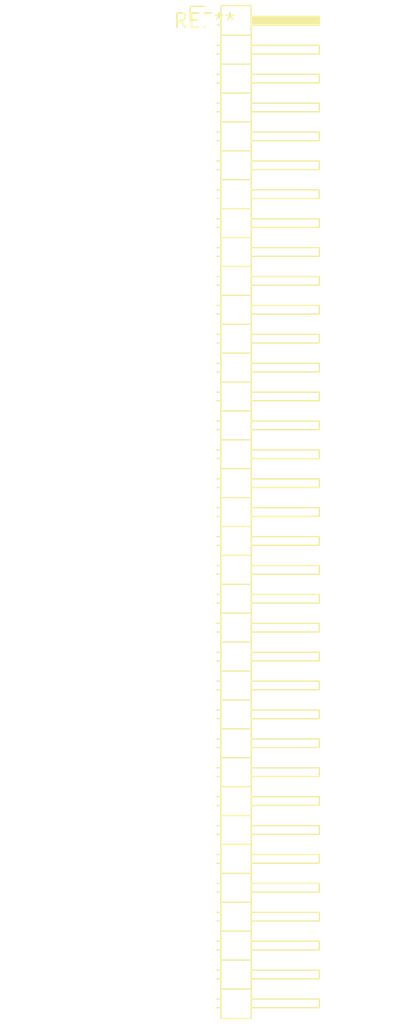
<source format=kicad_pcb>
(kicad_pcb (version 20240108) (generator pcbnew)
  (layers (0 "F.Cu" signal) (31 "B.Cu" signal) (34 "B.Paste" user) (35 "F.Paste" user) (36 "B.SilkS" user "B.Silkscreen") (37 "F.SilkS" user "F.Silkscreen") (38 "B.Mask" user) (39 "F.Mask" user) (44 "Edge.Cuts" user))
  (net 0 "")
  (footprint "PinHeader_1x35_P2.54mm_Horizontal" (layer "F.Cu") (at 0 0)
    (property "Reference" "REF**")
    (property "Value" "PinHeader_1x35_P2.54mm_Horizontal")
    (fp_line (start -1.27 -1.27) (end 0 -1.27) (layer "F.SilkS") (stroke (width 0.12)))
    (fp_line (start -1.27 0) (end -1.27 -1.27) (layer "F.SilkS") (stroke (width 0.12)))
    (fp_line (start 1.042929 2.16) (end 1.44 2.16) (layer "F.SilkS") (stroke (width 0.12)))
    (fp_line (start 1.042929 2.92) (end 1.44 2.92) (layer "F.SilkS") (stroke (width 0.12)))
    (fp_line (start 1.042929 4.7) (end 1.44 4.7) (layer "F.SilkS") (stroke (width 0.12)))
    (fp_line (start 1.042929 5.46) (end 1.44 5.46) (layer "F.SilkS") (stroke (width 0.12)))
    (fp_line (start 1.042929 7.24) (end 1.44 7.24) (layer "F.SilkS") (stroke (width 0.12)))
    (fp_line (start 1.042929 8) (end 1.44 8) (layer "F.SilkS") (stroke (width 0.12)))
    (fp_line (start 1.042929 9.78) (end 1.44 9.78) (layer "F.SilkS") (stroke (width 0.12)))
    (fp_line (start 1.042929 10.54) (end 1.44 10.54) (layer "F.SilkS") (stroke (width 0.12)))
    (fp_line (start 1.042929 12.32) (end 1.44 12.32) (layer "F.SilkS") (stroke (width 0.12)))
    (fp_line (start 1.042929 13.08) (end 1.44 13.08) (layer "F.SilkS") (stroke (width 0.12)))
    (fp_line (start 1.042929 14.86) (end 1.44 14.86) (layer "F.SilkS") (stroke (width 0.12)))
    (fp_line (start 1.042929 15.62) (end 1.44 15.62) (layer "F.SilkS") (stroke (width 0.12)))
    (fp_line (start 1.042929 17.4) (end 1.44 17.4) (layer "F.SilkS") (stroke (width 0.12)))
    (fp_line (start 1.042929 18.16) (end 1.44 18.16) (layer "F.SilkS") (stroke (width 0.12)))
    (fp_line (start 1.042929 19.94) (end 1.44 19.94) (layer "F.SilkS") (stroke (width 0.12)))
    (fp_line (start 1.042929 20.7) (end 1.44 20.7) (layer "F.SilkS") (stroke (width 0.12)))
    (fp_line (start 1.042929 22.48) (end 1.44 22.48) (layer "F.SilkS") (stroke (width 0.12)))
    (fp_line (start 1.042929 23.24) (end 1.44 23.24) (layer "F.SilkS") (stroke (width 0.12)))
    (fp_line (start 1.042929 25.02) (end 1.44 25.02) (layer "F.SilkS") (stroke (width 0.12)))
    (fp_line (start 1.042929 25.78) (end 1.44 25.78) (layer "F.SilkS") (stroke (width 0.12)))
    (fp_line (start 1.042929 27.56) (end 1.44 27.56) (layer "F.SilkS") (stroke (width 0.12)))
    (fp_line (start 1.042929 28.32) (end 1.44 28.32) (layer "F.SilkS") (stroke (width 0.12)))
    (fp_line (start 1.042929 30.1) (end 1.44 30.1) (layer "F.SilkS") (stroke (width 0.12)))
    (fp_line (start 1.042929 30.86) (end 1.44 30.86) (layer "F.SilkS") (stroke (width 0.12)))
    (fp_line (start 1.042929 32.64) (end 1.44 32.64) (layer "F.SilkS") (stroke (width 0.12)))
    (fp_line (start 1.042929 33.4) (end 1.44 33.4) (layer "F.SilkS") (stroke (width 0.12)))
    (fp_line (start 1.042929 35.18) (end 1.44 35.18) (layer "F.SilkS") (stroke (width 0.12)))
    (fp_line (start 1.042929 35.94) (end 1.44 35.94) (layer "F.SilkS") (stroke (width 0.12)))
    (fp_line (start 1.042929 37.72) (end 1.44 37.72) (layer "F.SilkS") (stroke (width 0.12)))
    (fp_line (start 1.042929 38.48) (end 1.44 38.48) (layer "F.SilkS") (stroke (width 0.12)))
    (fp_line (start 1.042929 40.26) (end 1.44 40.26) (layer "F.SilkS") (stroke (width 0.12)))
    (fp_line (start 1.042929 41.02) (end 1.44 41.02) (layer "F.SilkS") (stroke (width 0.12)))
    (fp_line (start 1.042929 42.8) (end 1.44 42.8) (layer "F.SilkS") (stroke (width 0.12)))
    (fp_line (start 1.042929 43.56) (end 1.44 43.56) (layer "F.SilkS") (stroke (width 0.12)))
    (fp_line (start 1.042929 45.34) (end 1.44 45.34) (layer "F.SilkS") (stroke (width 0.12)))
    (fp_line (start 1.042929 46.1) (end 1.44 46.1) (layer "F.SilkS") (stroke (width 0.12)))
    (fp_line (start 1.042929 47.88) (end 1.44 47.88) (layer "F.SilkS") (stroke (width 0.12)))
    (fp_line (start 1.042929 48.64) (end 1.44 48.64) (layer "F.SilkS") (stroke (width 0.12)))
    (fp_line (start 1.042929 50.42) (end 1.44 50.42) (layer "F.SilkS") (stroke (width 0.12)))
    (fp_line (start 1.042929 51.18) (end 1.44 51.18) (layer "F.SilkS") (stroke (width 0.12)))
    (fp_line (start 1.042929 52.96) (end 1.44 52.96) (layer "F.SilkS") (stroke (width 0.12)))
    (fp_line (start 1.042929 53.72) (end 1.44 53.72) (layer "F.SilkS") (stroke (width 0.12)))
    (fp_line (start 1.042929 55.5) (end 1.44 55.5) (layer "F.SilkS") (stroke (width 0.12)))
    (fp_line (start 1.042929 56.26) (end 1.44 56.26) (layer "F.SilkS") (stroke (width 0.12)))
    (fp_line (start 1.042929 58.04) (end 1.44 58.04) (layer "F.SilkS") (stroke (width 0.12)))
    (fp_line (start 1.042929 58.8) (end 1.44 58.8) (layer "F.SilkS") (stroke (width 0.12)))
    (fp_line (start 1.042929 60.58) (end 1.44 60.58) (layer "F.SilkS") (stroke (width 0.12)))
    (fp_line (start 1.042929 61.34) (end 1.44 61.34) (layer "F.SilkS") (stroke (width 0.12)))
    (fp_line (start 1.042929 63.12) (end 1.44 63.12) (layer "F.SilkS") (stroke (width 0.12)))
    (fp_line (start 1.042929 63.88) (end 1.44 63.88) (layer "F.SilkS") (stroke (width 0.12)))
    (fp_line (start 1.042929 65.66) (end 1.44 65.66) (layer "F.SilkS") (stroke (width 0.12)))
    (fp_line (start 1.042929 66.42) (end 1.44 66.42) (layer "F.SilkS") (stroke (width 0.12)))
    (fp_line (start 1.042929 68.2) (end 1.44 68.2) (layer "F.SilkS") (stroke (width 0.12)))
    (fp_line (start 1.042929 68.96) (end 1.44 68.96) (layer "F.SilkS") (stroke (width 0.12)))
    (fp_line (start 1.042929 70.74) (end 1.44 70.74) (layer "F.SilkS") (stroke (width 0.12)))
    (fp_line (start 1.042929 71.5) (end 1.44 71.5) (layer "F.SilkS") (stroke (width 0.12)))
    (fp_line (start 1.042929 73.28) (end 1.44 73.28) (layer "F.SilkS") (stroke (width 0.12)))
    (fp_line (start 1.042929 74.04) (end 1.44 74.04) (layer "F.SilkS") (stroke (width 0.12)))
    (fp_line (start 1.042929 75.82) (end 1.44 75.82) (layer "F.SilkS") (stroke (width 0.12)))
    (fp_line (start 1.042929 76.58) (end 1.44 76.58) (layer "F.SilkS") (stroke (width 0.12)))
    (fp_line (start 1.042929 78.36) (end 1.44 78.36) (layer "F.SilkS") (stroke (width 0.12)))
    (fp_line (start 1.042929 79.12) (end 1.44 79.12) (layer "F.SilkS") (stroke (width 0.12)))
    (fp_line (start 1.042929 80.9) (end 1.44 80.9) (layer "F.SilkS") (stroke (width 0.12)))
    (fp_line (start 1.042929 81.66) (end 1.44 81.66) (layer "F.SilkS") (stroke (width 0.12)))
    (fp_line (start 1.042929 83.44) (end 1.44 83.44) (layer "F.SilkS") (stroke (width 0.12)))
    (fp_line (start 1.042929 84.2) (end 1.44 84.2) (layer "F.SilkS") (stroke (width 0.12)))
    (fp_line (start 1.042929 85.98) (end 1.44 85.98) (layer "F.SilkS") (stroke (width 0.12)))
    (fp_line (start 1.042929 86.74) (end 1.44 86.74) (layer "F.SilkS") (stroke (width 0.12)))
    (fp_line (start 1.11 -0.38) (end 1.44 -0.38) (layer "F.SilkS") (stroke (width 0.12)))
    (fp_line (start 1.11 0.38) (end 1.44 0.38) (layer "F.SilkS") (stroke (width 0.12)))
    (fp_line (start 1.44 -1.33) (end 1.44 87.69) (layer "F.SilkS") (stroke (width 0.12)))
    (fp_line (start 1.44 1.27) (end 4.1 1.27) (layer "F.SilkS") (stroke (width 0.12)))
    (fp_line (start 1.44 3.81) (end 4.1 3.81) (layer "F.SilkS") (stroke (width 0.12)))
    (fp_line (start 1.44 6.35) (end 4.1 6.35) (layer "F.SilkS") (stroke (width 0.12)))
    (fp_line (start 1.44 8.89) (end 4.1 8.89) (layer "F.SilkS") (stroke (width 0.12)))
    (fp_line (start 1.44 11.43) (end 4.1 11.43) (layer "F.SilkS") (stroke (width 0.12)))
    (fp_line (start 1.44 13.97) (end 4.1 13.97) (layer "F.SilkS") (stroke (width 0.12)))
    (fp_line (start 1.44 16.51) (end 4.1 16.51) (layer "F.SilkS") (stroke (width 0.12)))
    (fp_line (start 1.44 19.05) (end 4.1 19.05) (layer "F.SilkS") (stroke (width 0.12)))
    (fp_line (start 1.44 21.59) (end 4.1 21.59) (layer "F.SilkS") (stroke (width 0.12)))
    (fp_line (start 1.44 24.13) (end 4.1 24.13) (layer "F.SilkS") (stroke (width 0.12)))
    (fp_line (start 1.44 26.67) (end 4.1 26.67) (layer "F.SilkS") (stroke (width 0.12)))
    (fp_line (start 1.44 29.21) (end 4.1 29.21) (layer "F.SilkS") (stroke (width 0.12)))
    (fp_line (start 1.44 31.75) (end 4.1 31.75) (layer "F.SilkS") (stroke (width 0.12)))
    (fp_line (start 1.44 34.29) (end 4.1 34.29) (layer "F.SilkS") (stroke (width 0.12)))
    (fp_line (start 1.44 36.83) (end 4.1 36.83) (layer "F.SilkS") (stroke (width 0.12)))
    (fp_line (start 1.44 39.37) (end 4.1 39.37) (layer "F.SilkS") (stroke (width 0.12)))
    (fp_line (start 1.44 41.91) (end 4.1 41.91) (layer "F.SilkS") (stroke (width 0.12)))
    (fp_line (start 1.44 44.45) (end 4.1 44.45) (layer "F.SilkS") (stroke (width 0.12)))
    (fp_line (start 1.44 46.99) (end 4.1 46.99) (layer "F.SilkS") (stroke (width 0.12)))
    (fp_line (start 1.44 49.53) (end 4.1 49.53) (layer "F.SilkS") (stroke (width 0.12)))
    (fp_line (start 1.44 52.07) (end 4.1 52.07) (layer "F.SilkS") (stroke (width 0.12)))
    (fp_line (start 1.44 54.61) (end 4.1 54.61) (layer "F.SilkS") (stroke (width 0.12)))
    (fp_line (start 1.44 57.15) (end 4.1 57.15) (layer "F.SilkS") (stroke (width 0.12)))
    (fp_line (start 1.44 59.69) (end 4.1 59.69) (layer "F.SilkS") (stroke (width 0.12)))
    (fp_line (start 1.44 62.23) (end 4.1 62.23) (layer "F.SilkS") (stroke (width 0.12)))
    (fp_line (start 1.44 64.77) (end 4.1 64.77) (layer "F.SilkS") (stroke (width 0.12)))
    (fp_line (start 1.44 67.31) (end 4.1 67.31) (layer "F.SilkS") (stroke (width 0.12)))
    (fp_line (start 1.44 69.85) (end 4.1 69.85) (layer "F.SilkS") (stroke (width 0.12)))
    (fp_line (start 1.44 72.39) (end 4.1 72.39) (layer "F.SilkS") (stroke (width 0.12)))
    (fp_line (start 1.44 74.93) (end 4.1 74.93) (layer "F.SilkS") (stroke (width 0.12)))
    (fp_line (start 1.44 77.47) (end 4.1 77.47) (layer "F.SilkS") (stroke (width 0.12)))
    (fp_line (start 1.44 80.01) (end 4.1 80.01) (layer "F.SilkS") (stroke (width 0.12)))
    (fp_line (start 1.44 82.55) (end 4.1 82.55) (layer "F.SilkS") (stroke (width 0.12)))
    (fp_line (start 1.44 85.09) (end 4.1 85.09) (layer "F.SilkS") (stroke (width 0.12)))
    (fp_line (start 1.44 87.69) (end 4.1 87.69) (layer "F.SilkS") (stroke (width 0.12)))
    (fp_line (start 4.1 -1.33) (end 1.44 -1.33) (layer "F.SilkS") (stroke (width 0.12)))
    (fp_line (start 4.1 -0.38) (end 10.1 -0.38) (layer "F.SilkS") (stroke (width 0.12)))
    (fp_line (start 4.1 -0.32) (end 10.1 -0.32) (layer "F.SilkS") (stroke (width 0.12)))
    (fp_line (start 4.1 -0.2) (end 10.1 -0.2) (layer "F.SilkS") (stroke (width 0.12)))
    (fp_line (start 4.1 -0.08) (end 10.1 -0.08) (layer "F.SilkS") (stroke (width 0.12)))
    (fp_line (start 4.1 0.04) (end 10.1 0.04) (layer "F.SilkS") (stroke (width 0.12)))
    (fp_line (start 4.1 0.16) (end 10.1 0.16) (layer "F.SilkS") (stroke (width 0.12)))
    (fp_line (start 4.1 0.28) (end 10.1 0.28) (layer "F.SilkS") (stroke (width 0.12)))
    (fp_line (start 4.1 2.16) (end 10.1 2.16) (layer "F.SilkS") (stroke (width 0.12)))
    (fp_line (start 4.1 4.7) (end 10.1 4.7) (layer "F.SilkS") (stroke (width 0.12)))
    (fp_line (start 4.1 7.24) (end 10.1 7.24) (layer "F.SilkS") (stroke (width 0.12)))
    (fp_line (start 4.1 9.78) (end 10.1 9.78) (layer "F.SilkS") (stroke (width 0.12)))
    (fp_line (start 4.1 12.32) (end 10.1 12.32) (layer "F.SilkS") (stroke (width 0.12)))
    (fp_line (start 4.1 14.86) (end 10.1 14.86) (layer "F.SilkS") (stroke (width 0.12)))
    (fp_line (start 4.1 17.4) (end 10.1 17.4) (layer "F.SilkS") (stroke (width 0.12)))
    (fp_line (start 4.1 19.94) (end 10.1 19.94) (layer "F.SilkS") (stroke (width 0.12)))
    (fp_line (start 4.1 22.48) (end 10.1 22.48) (layer "F.SilkS") (stroke (width 0.12)))
    (fp_line (start 4.1 25.02) (end 10.1 25.02) (layer "F.SilkS") (stroke (width 0.12)))
    (fp_line (start 4.1 27.56) (end 10.1 27.56) (layer "F.SilkS") (stroke (width 0.12)))
    (fp_line (start 4.1 30.1) (end 10.1 30.1) (layer "F.SilkS") (stroke (width 0.12)))
    (fp_line (start 4.1 32.64) (end 10.1 32.64) (layer "F.SilkS") (stroke (width 0.12)))
    (fp_line (start 4.1 35.18) (end 10.1 35.18) (layer "F.SilkS") (stroke (width 0.12)))
    (fp_line (start 4.1 37.72) (end 10.1 37.72) (layer "F.SilkS") (stroke (width 0.12)))
    (fp_line (start 4.1 40.26) (end 10.1 40.26) (layer "F.SilkS") (stroke (width 0.12)))
    (fp_line (start 4.1 42.8) (end 10.1 42.8) (layer "F.SilkS") (stroke (width 0.12)))
    (fp_line (start 4.1 45.34) (end 10.1 45.34) (layer "F.SilkS") (stroke (width 0.12)))
    (fp_line (start 4.1 47.88) (end 10.1 47.88) (layer "F.SilkS") (stroke (width 0.12)))
    (fp_line (start 4.1 50.42) (end 10.1 50.42) (layer "F.SilkS") (stroke (width 0.12)))
    (fp_line (start 4.1 52.96) (end 10.1 52.96) (layer "F.SilkS") (stroke (width 0.12)))
    (fp_line (start 4.1 55.5) (end 10.1 55.5) (layer "F.SilkS") (stroke (width 0.12)))
    (fp_line (start 4.1 58.04) (end 10.1 58.04) (layer "F.SilkS") (stroke (width 0.12)))
    (fp_line (start 4.1 60.58) (end 10.1 60.58) (layer "F.SilkS") (stroke (width 0.12)))
    (fp_line (start 4.1 63.12) (end 10.1 63.12) (layer "F.SilkS") (stroke (width 0.12)))
    (fp_line (start 4.1 65.66) (end 10.1 65.66) (layer "F.SilkS") (stroke (width 0.12)))
    (fp_line (start 4.1 68.2) (end 10.1 68.2) (layer "F.SilkS") (stroke (width 0.12)))
    (fp_line (start 4.1 70.74) (end 10.1 70.74) (layer "F.SilkS") (stroke (width 0.12)))
    (fp_line (start 4.1 73.28) (end 10.1 73.28) (layer "F.SilkS") (stroke (width 0.12)))
    (fp_line (start 4.1 75.82) (end 10.1 75.82) (layer "F.SilkS") (stroke (width 0.12)))
    (fp_line (start 4.1 78.36) (end 10.1 78.36) (layer "F.SilkS") (stroke (width 0.12)))
    (fp_line (start 4.1 80.9) (end 10.1 80.9) (layer "F.SilkS") (stroke (width 0.12)))
    (fp_line (start 4.1 83.44) (end 10.1 83.44) (layer "F.SilkS") (stroke (width 0.12)))
    (fp_line (start 4.1 85.98) (end 10.1 85.98) (layer "F.SilkS") (stroke (width 0.12)))
    (fp_line (start 4.1 87.69) (end 4.1 -1.33) (layer "F.SilkS") (stroke (width 0.12)))
    (fp_line (start 10.1 -0.38) (end 10.1 0.38) (layer "F.SilkS") (stroke (width 0.12)))
    (fp_line (start 10.1 0.38) (end 4.1 0.38) (layer "F.SilkS") (stroke (width 0.12)))
    (fp_line (start 10.1 2.16) (end 10.1 2.92) (layer "F.SilkS") (stroke (width 0.12)))
    (fp_line (start 10.1 2.92) (end 4.1 2.92) (layer "F.SilkS") (stroke (width 0.12)))
    (fp_line (start 10.1 4.7) (end 10.1 5.46) (layer "F.SilkS") (stroke (width 0.12)))
    (fp_line (start 10.1 5.46) (end 4.1 5.46) (layer "F.SilkS") (stroke (width 0.12)))
    (fp_line (start 10.1 7.24) (end 10.1 8) (layer "F.SilkS") (stroke (width 0.12)))
    (fp_line (start 10.1 8) (end 4.1 8) (layer "F.SilkS") (stroke (width 0.12)))
    (fp_line (start 10.1 9.78) (end 10.1 10.54) (layer "F.SilkS") (stroke (width 0.12)))
    (fp_line (start 10.1 10.54) (end 4.1 10.54) (layer "F.SilkS") (stroke (width 0.12)))
    (fp_line (start 10.1 12.32) (end 10.1 13.08) (layer "F.SilkS") (stroke (width 0.12)))
    (fp_line (start 10.1 13.08) (end 4.1 13.08) (layer "F.SilkS") (stroke (width 0.12)))
    (fp_line (start 10.1 14.86) (end 10.1 15.62) (layer "F.SilkS") (stroke (width 0.12)))
    (fp_line (start 10.1 15.62) (end 4.1 15.62) (layer "F.SilkS") (stroke (width 0.12)))
    (fp_line (start 10.1 17.4) (end 10.1 18.16) (layer "F.SilkS") (stroke (width 0.12)))
    (fp_line (start 10.1 18.16) (end 4.1 18.16) (layer "F.SilkS") (stroke (width 0.12)))
    (fp_line (start 10.1 19.94) (end 10.1 20.7) (layer "F.SilkS") (stroke (width 0.12)))
    (fp_line (start 10.1 20.7) (end 4.1 20.7) (layer "F.SilkS") (stroke (width 0.12)))
    (fp_line (start 10.1 22.48) (end 10.1 23.24) (layer "F.SilkS") (stroke (width 0.12)))
    (fp_line (start 10.1 23.24) (end 4.1 23.24) (layer "F.SilkS") (stroke (width 0.12)))
    (fp_line (start 10.1 25.02) (end 10.1 25.78) (layer "F.SilkS") (stroke (width 0.12)))
    (fp_line (start 10.1 25.78) (end 4.1 25.78) (layer "F.SilkS") (stroke (width 0.12)))
    (fp_line (start 10.1 27.56) (end 10.1 28.32) (layer "F.SilkS") (stroke (width 0.12)))
    (fp_line (start 10.1 28.32) (end 4.1 28.32) (layer "F.SilkS") (stroke (width 0.12)))
    (fp_line (start 10.1 30.1) (end 10.1 30.86) (layer "F.SilkS") (stroke (width 0.12)))
    (fp_line (start 10.1 30.86) (end 4.1 30.86) (layer "F.SilkS") (stroke (width 0.12)))
    (fp_line (start 10.1 32.64) (end 10.1 33.4) (layer "F.SilkS") (stroke (width 0.12)))
    (fp_line (start 10.1 33.4) (end 4.1 33.4) (layer "F.SilkS") (stroke (width 0.12)))
    (fp_line (start 10.1 35.18) (end 10.1 35.94) (layer "F.SilkS") (stroke (width 0.12)))
    (fp_line (start 10.1 35.94) (end 4.1 35.94) (layer "F.SilkS") (stroke (width 0.12)))
    (fp_line (start 10.1 37.72) (end 10.1 38.48) (layer "F.SilkS") (stroke (width 0.12)))
    (fp_line (start 10.1 38.48) (end 4.1 38.48) (layer "F.SilkS") (stroke (width 0.12)))
    (fp_line (start 10.1 40.26) (end 10.1 41.02) (layer "F.SilkS") (stroke (width 0.12)))
    (fp_line (start 10.1 41.02) (end 4.1 41.02) (layer "F.SilkS") (stroke (width 0.12)))
    (fp_line (start 10.1 42.8) (end 10.1 43.56) (layer "F.SilkS") (stroke (width 0.12)))
    (fp_line (start 10.1 43.56) (end 4.1 43.56) (layer "F.SilkS") (stroke (width 0.12)))
    (fp_line (start 10.1 45.34) (end 10.1 46.1) (layer "F.SilkS") (stroke (width 0.12)))
    (fp_line (start 10.1 46.1) (end 4.1 46.1) (layer "F.SilkS") (stroke (width 0.12)))
    (fp_line (start 10.1 47.88) (end 10.1 48.64) (layer "F.SilkS") (stroke (width 0.12)))
    (fp_line (start 10.1 48.64) (end 4.1 48.64) (layer "F.SilkS") (stroke (width 0.12)))
    (fp_line (start 10.1 50.42) (end 10.1 51.18) (layer "F.SilkS") (stroke (width 0.12)))
    (fp_line (start 10.1 51.18) (end 4.1 51.18) (layer "F.SilkS") (stroke (width 0.12)))
    (fp_line (start 10.1 52.96) (end 10.1 53.72) (layer "F.SilkS") (stroke (width 0.12)))
    (fp_line (start 10.1 53.72) (end 4.1 53.72) (layer "F.SilkS") (stroke (width 0.12)))
    (fp_line (start 10.1 55.5) (end 10.1 56.26) (layer "F.SilkS") (stroke (width 0.12)))
    (fp_line (start 10.1 56.26) (end 4.1 56.26) (layer "F.SilkS") (stroke (width 0.12)))
    (fp_line (start 10.1 58.04) (end 10.1 58.8) (layer "F.SilkS") (stroke (width 0.12)))
    (fp_line (start 10.1 58.8) (end 4.1 58.8) (layer "F.SilkS") (stroke (width 0.12)))
    (fp_line (start 10.1 60.58) (end 10.1 61.34) (layer "F.SilkS") (stroke (width 0.12)))
    (fp_line (start 10.1 61.34) (end 4.1 61.34) (layer "F.SilkS") (stroke (width 0.12)))
    (fp_line (start 10.1 63.12) (end 10.1 63.88) (layer "F.SilkS") (stroke (width 0.12)))
    (fp_line (start 10.1 63.88) (end 4.1 63.88) (layer "F.SilkS") (stroke (width 0.12)))
    (fp_line (start 10.1 65.66) (end 10.1 66.42) (layer "F.SilkS") (stroke (width 0.12)))
    (fp_line (start 10.1 66.42) (end 4.1 66.42) (layer "F.SilkS") (stroke (width 0.12)))
    (fp_line (start 10.1 68.2) (end 10.1 68.96) (layer "F.SilkS") (stroke (width 0.12)))
    (fp_line (start 10.1 68.96) (end 4.1 68.96) (layer "F.SilkS") (stroke (width 0.12)))
    (fp_line (start 10.1 70.74) (end 10.1 71.5) (layer "F.SilkS") (stroke (width 0.12)))
    (fp_line (start 10.1 71.5) (end 4.1 71.5) (layer "F.SilkS") (stroke (width 0.12)))
    (fp_line (start 10.1 73.28) (end 10.1 74.04) (layer "F.SilkS") (stroke (width 0.12)))
    (fp_line (start 10.1 74.04) (end 4.1 74.04) (layer "F.SilkS") (stroke (width 0.12)))
    (fp_line (start 10.1 75.82) (end 10.1 76.58) (layer "F.SilkS") (stroke (width 0.12)))
    (fp_line (start 10.1 76.58) (end 4.1 76.58) (layer "F.SilkS") (stroke (width 0.12)))
    (fp_line (start 10.1 78.36) (end 10.1 79.12) (layer "F.SilkS") (stroke (width 0.12)))
    (fp_line (start 10.1 79.12) (end 4.1 79.12) (layer "F.SilkS") (stroke (width 0.12)))
    (fp_line (start 10.1 80.9) (end 10.1 81.66) (layer "F.SilkS") (stroke (width 0.12)))
    (fp_line (start 10.1 81.66) (end 4.1 81.66) (layer "F.SilkS") (stroke (width 0.12)))
    (fp_line (start 10.1 83.44) (end 10.1 84.2) (layer "F.SilkS") (stroke (width 0.12)))
    (fp_line (start 10.1 84.2) (end 4.1 84.2) (layer "F.SilkS") (stroke (width 0.12)))
    (fp_line (start 10.1 85.98) (end 10.1 86.74) (layer "F.SilkS") (stroke (width 0.12)))
    (fp_line (start 10.1 86.74) (end 4.1 86.74) (layer "F.SilkS") (stroke (width 0.12)))
    (pad "1" thru_hole rect (at 0 0) (size 1.7 1.7) (drill 1) (layers *.Cu *.Mask) (remove_unused_layers))
    (pad "2" thru_hole oval (at 0 2.54) (size 1.7 1.7) (drill 1) (layers *.Cu *.Mask) (remove_unused_layers))
    (pad "3" thru_hole oval (at 0 5.08) (size 1.7 1.7) (drill 1) (layers *.Cu *.Mask) (remove_unused_layers))
    (pad "4" thru_hole oval (at 0 7.62) (size 1.7 1.7) (drill 1) (layers *.Cu *.Mask) (remove_unused_layers))
    (pad "5" thru_hole oval (at 0 10.16) (size 1.7 1.7) (drill 1) (layers *.Cu *.Mask) (remove_unused_layers))
    (pad "6" thru_hole oval (at 0 12.7) (size 1.7 1.7) (drill 1) (layers *.Cu *.Mask) (remove_unused_layers))
    (pad "7" thru_hole oval (at 0 15.24) (size 1.7 1.7) (drill 1) (layers *.Cu *.Mask) (remove_unused_layers))
    (pad "8" thru_hole oval (at 0 17.78) (size 1.7 1.7) (drill 1) (layers *.Cu *.Mask) (remove_unused_layers))
    (pad "9" thru_hole oval (at 0 20.32) (size 1.7 1.7) (drill 1) (layers *.Cu *.Mask) (remove_unused_layers))
    (pad "10" thru_hole oval (at 0 22.86) (size 1.7 1.7) (drill 1) (layers *.Cu *.Mask) (remove_unused_layers))
    (pad "11" thru_hole oval (at 0 25.4) (size 1.7 1.7) (drill 1) (layers *.Cu *.Mask) (remove_unused_layers))
    (pad "12" thru_hole oval (at 0 27.94) (size 1.7 1.7) (drill 1) (layers *.Cu *.Mask) (remove_unused_layers))
    (pad "13" thru_hole oval (at 0 30.48) (size 1.7 1.7) (drill 1) (layers *.Cu *.Mask) (remove_unused_layers))
    (pad "14" thru_hole oval (at 0 33.02) (size 1.7 1.7) (drill 1) (layers *.Cu *.Mask) (remove_unused_layers))
    (pad "15" thru_hole oval (at 0 35.56) (size 1.7 1.7) (drill 1) (layers *.Cu *.Mask) (remove_unused_layers))
    (pad "16" thru_hole oval (at 0 38.1) (size 1.7 1.7) (drill 1) (layers *.Cu *.Mask) (remove_unused_layers))
    (pad "17" thru_hole oval (at 0 40.64) (size 1.7 1.7) (drill 1) (layers *.Cu *.Mask) (remove_unused_layers))
    (pad "18" thru_hole oval (at 0 43.18) (size 1.7 1.7) (drill 1) (layers *.Cu *.Mask) (remove_unused_layers))
    (pad "19" thru_hole oval (at 0 45.72) (size 1.7 1.7) (drill 1) (layers *.Cu *.Mask) (remove_unused_layers))
    (pad "20" thru_hole oval (at 0 48.26) (size 1.7 1.7) (drill 1) (layers *.Cu *.Mask) (remove_unused_layers))
    (pad "21" thru_hole oval (at 0 50.8) (size 1.7 1.7) (drill 1) (layers *.Cu *.Mask) (remove_unused_layers))
    (pad "22" thru_hole oval (at 0 53.34) (size 1.7 1.7) (drill 1) (layers *.Cu *.Mask) (remove_unused_layers))
    (pad "23" thru_hole oval (at 0 55.88) (size 1.7 1.7) (drill 1) (layers *.Cu *.Mask) (remove_unused_layers))
    (pad "24" thru_hole oval (at 0 58.42) (size 1.7 1.7) (drill 1) (layers *.Cu *.Mask) (remove_unused_layers))
    (pad "25" thru_hole oval (at 0 60.96) (size 1.7 1.7) (drill 1) (layers *.Cu *.Mask) (remove_unused_layers))
    (pad "26" thru_hole oval (at 0 63.5) (size 1.7 1.7) (drill 1) (layers *.Cu *.Mask) (remove_unused_layers))
    (pad "27" thru_hole oval (at 0 66.04) (size 1.7 1.7) (drill 1) (layers *.Cu *.Mask) (remove_unused_layers))
    (pad "28" thru_hole oval (at 0 68.58) (size 1.7 1.7) (drill 1) (layers *.Cu *.Mask) (remove_unused_layers))
    (pad "29" thru_hole oval (at 0 71.12) (size 1.7 1.7) (drill 1) (layers *.Cu *.Mask) (remove_unused_layers))
    (pad "30" thru_hole oval (at 0 73.66) (size 1.7 1.7) (drill 1) (layers *.Cu *.Mask) (remove_unused_layers))
    (pad "31" thru_hole oval (at 0 76.2) (size 1.7 1.7) (drill 1) (layers *.Cu *.Mask) (remove_unused_layers))
    (pad "32" thru_hole oval (at 0 78.74) (size 1.7 1.7) (drill 1) (layers *.Cu *.Mask) (remove_unused_layers))
    (pad "33" thru_hole oval (at 0 81.28) (size 1.7 1.7) (drill 1) (layers *.Cu *.Mask) (remove_unused_layers))
    (pad "34" thru_hole oval (at 0 83.82) (size 1.7 1.7) (drill 1) (layers *.Cu *.Mask) (remove_unused_layers))
    (pad "35" thru_hole oval (at 0 86.36) (size 1.7 1.7) (drill 1) (layers *.Cu *.Mask) (remove_unused_layers))
  )
)
</source>
